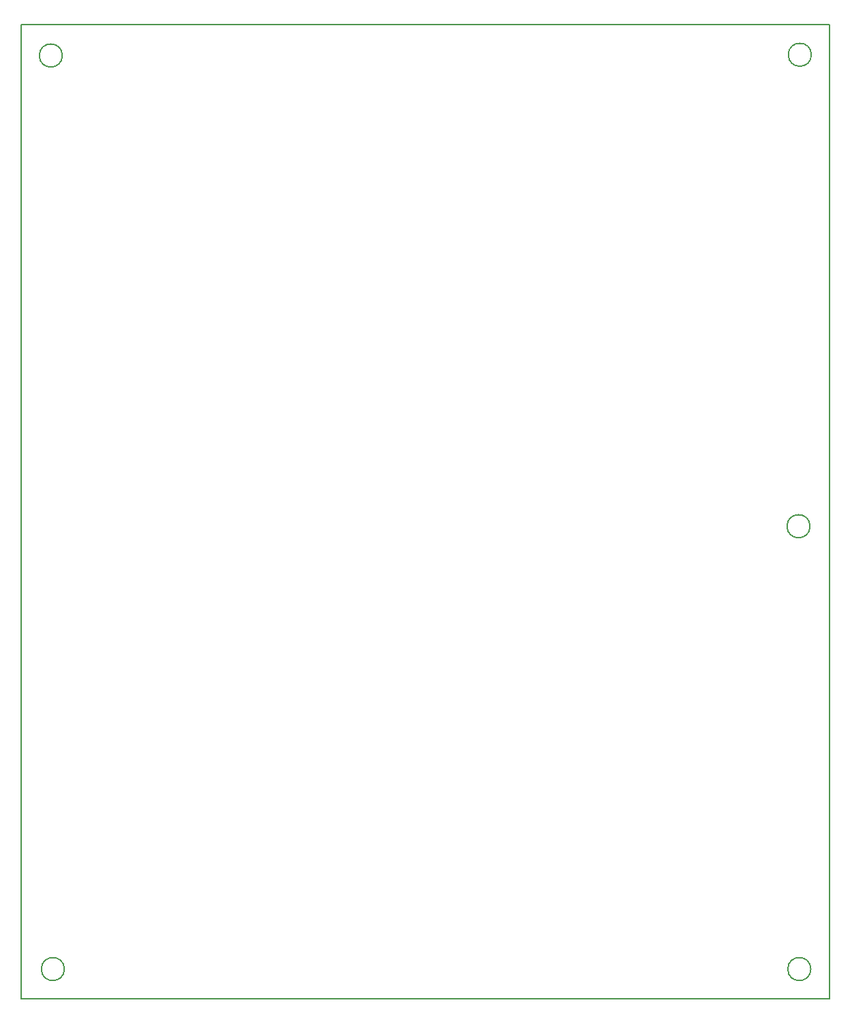
<source format=gbr>
G04 #@! TF.GenerationSoftware,KiCad,Pcbnew,5.0.2-bee76a0~70~ubuntu18.04.1*
G04 #@! TF.CreationDate,2019-09-22T14:56:38-07:00*
G04 #@! TF.ProjectId,habiv-board,68616269-762d-4626-9f61-72642e6b6963,rev?*
G04 #@! TF.SameCoordinates,Original*
G04 #@! TF.FileFunction,Profile,NP*
%FSLAX46Y46*%
G04 Gerber Fmt 4.6, Leading zero omitted, Abs format (unit mm)*
G04 Created by KiCad (PCBNEW 5.0.2-bee76a0~70~ubuntu18.04.1) date Sun 22 Sep 2019 02:56:38 PM PDT*
%MOMM*%
%LPD*%
G01*
G04 APERTURE LIST*
%ADD10C,0.200000*%
%ADD11C,0.150000*%
G04 APERTURE END LIST*
D10*
X179136000Y-12860000D02*
G75*
G03X179136000Y-12860000I-1430000J0D01*
G01*
D11*
X86426000Y-126332000D02*
G75*
G03X86426000Y-126332000I-1430000J0D01*
G01*
D10*
X178976000Y-71374000D02*
G75*
G03X178976000Y-71374000I-1430000J0D01*
G01*
D11*
X179070000Y-126332000D02*
G75*
G03X179070000Y-126332000I-1430000J0D01*
G01*
D10*
X86172000Y-12954000D02*
G75*
G03X86172000Y-12954000I-1430000J0D01*
G01*
D11*
X81534000Y-130048000D02*
X81026000Y-130048000D01*
X181356000Y-130048000D02*
X81534000Y-130048000D01*
X181356000Y-9144000D02*
X181356000Y-130048000D01*
X81026000Y-9144000D02*
X181356000Y-9144000D01*
X81026000Y-17780000D02*
X81026000Y-9144000D01*
X81026000Y-130048000D02*
X81026000Y-17780000D01*
M02*

</source>
